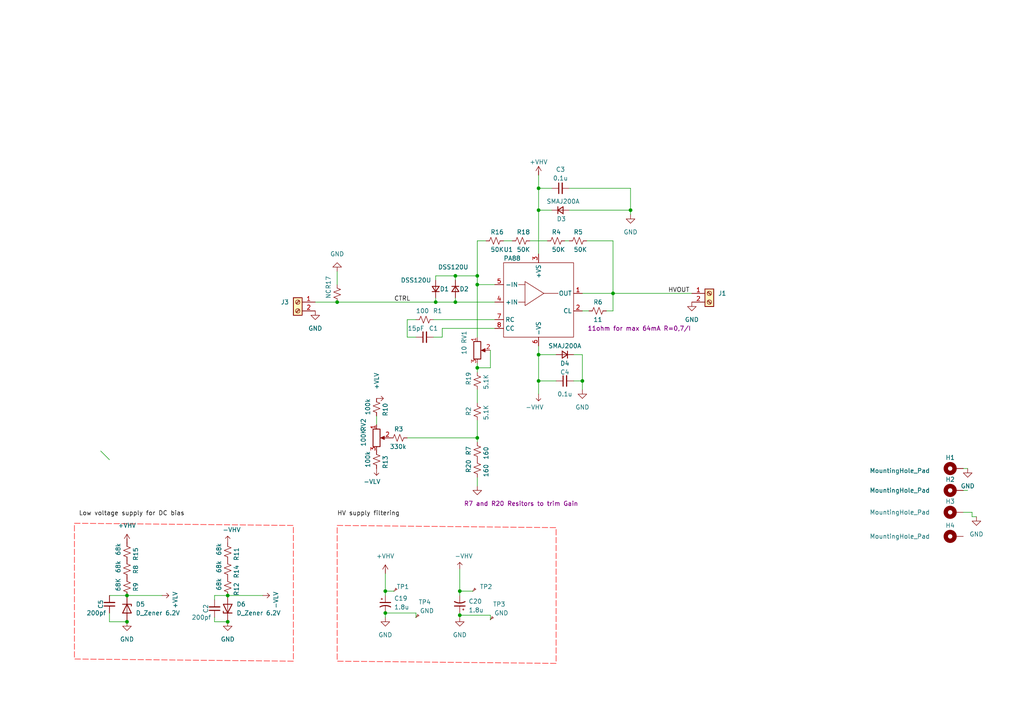
<source format=kicad_sch>
(kicad_sch (version 20250114) (generator "eeschema") (generator_version "9.0")
  (paper "A4")
  (title_block (title "High Voltage Amplifier") (date "2022-05-06") (rev "2"))
  (lib_symbols
    (symbol "+VHV_2" (power) (pin_names (offset 0))
      (property "Value" "+VHV_2" (at 0 5.08 0))
      (symbol "+VHV_2_0_1"
        (polyline (pts (xy -0.762 1.27) (xy 0 2.54)))
        (polyline (pts (xy 0 2.54) (xy 0.762 1.27)))
        (polyline (pts (xy 0 0) (xy 0 2.54)))
        (polyline (pts (xy 0 0) (xy 0 1.27)))
      )
      (symbol "+VHV_2_1_1"
        (pin power_in line (at 0 0 90) (length 0) (hide yes) (name "+VHV") (number "1"))
      )
    )
    (symbol "Connector:Screw_Terminal_01x02" (pin_names (offset 1.016) (hide yes))
      (property "Reference" "J" (at 0 2.54 0))
      (property "Value" "Screw_Terminal_01x02" (at 0 -5.08 0))
      (symbol "Screw_Terminal_01x02_1_1"
        (rectangle (start -1.27 1.27) (end 1.27 -3.81) (stroke (width 0.254)) (fill (type background)))
        (polyline (pts (xy -0.5334 0.3302) (xy 0.3302 -0.508)) (stroke (width 0.1524)))
        (polyline (pts (xy -0.5334 -2.2098) (xy 0.3302 -3.048)) (stroke (width 0.1524)))
        (polyline (pts (xy -0.3556 0.508) (xy 0.508 -0.3302)) (stroke (width 0.1524)))
        (polyline (pts (xy -0.3556 -2.032) (xy 0.508 -2.8702)) (stroke (width 0.1524)))
        (circle (center 0 0) (radius 0.635) (stroke (width 0.1524)))
        (circle (center 0 -2.54) (radius 0.635) (stroke (width 0.1524)))
        (pin passive line (at -5.08 0 0) (length 3.81) (name "Pin_1") (number "1"))
        (pin passive line (at -5.08 -2.54 0) (length 3.81) (name "Pin_2") (number "2"))
      )
    )
    (symbol "Device:C_Polarized_Small_US" (pin_numbers (hide yes)) (pin_names (offset 0.254) (hide yes))
      (property "Reference" "C" (at 0.254 1.778 0))
      (property "Value" "C_Polarized_Small_US" (at 0.254 -2.032 0))
      (symbol "C_Polarized_Small_US_0_1"
        (polyline (pts (xy -1.524 0.508) (xy 1.524 0.508)) (stroke (width 0.3048)))
        (polyline (pts (xy -1.27 1.524) (xy -0.762 1.524)))
        (polyline (pts (xy -1.016 1.27) (xy -1.016 1.778)))
        (arc (start -1.524 -0.762) (mid 0 -0.3734) (end 1.524 -0.762) (stroke (width 0.3048)))
      )
      (symbol "C_Polarized_Small_US_1_1"
        (pin passive line (at 0 2.54 270) (length 2.032) (name "~") (number "1"))
        (pin passive line (at 0 -2.54 90) (length 2.032) (name "~") (number "2"))
      )
    )
    (symbol "Device:C_Small" (pin_numbers (hide yes)) (pin_names (offset 0.254) (hide yes))
      (property "Reference" "C" (at 0.254 1.778 0))
      (property "Value" "C_Small" (at 0.254 -2.032 0))
      (symbol "C_Small_0_1"
        (polyline (pts (xy -1.524 0.508) (xy 1.524 0.508)) (stroke (width 0.3048)))
        (polyline (pts (xy -1.524 -0.508) (xy 1.524 -0.508)) (stroke (width 0.3302)))
      )
      (symbol "C_Small_1_1"
        (pin passive line (at 0 2.54 270) (length 2.032) (name "~") (number "1"))
        (pin passive line (at 0 -2.54 90) (length 2.032) (name "~") (number "2"))
      )
    )
    (symbol "Device:D_Small" (pin_numbers (hide yes)) (pin_names (offset 0.254) (hide yes))
      (property "Reference" "D" (at -1.27 2.032 0))
      (property "Value" "D_Small" (at -3.81 -2.032 0))
      (symbol "D_Small_0_1"
        (polyline (pts (xy -0.762 0) (xy 0.762 0)))
        (polyline (pts (xy -0.762 -1.016) (xy -0.762 1.016)) (stroke (width 0.254)))
        (polyline (pts (xy 0.762 -1.016) (xy -0.762 0) (xy 0.762 1.016) (xy 0.762 -1.016)) (stroke (width 0.254)))
      )
      (symbol "D_Small_1_1"
        (pin passive line (at -2.54 0 0) (length 1.778) (name "K") (number "1"))
        (pin passive line (at 2.54 0 180) (length 1.778) (name "A") (number "2"))
      )
    )
    (symbol "Device:D_Zener" (pin_numbers (hide yes)) (pin_names (offset 1.016) (hide yes))
      (property "Reference" "D" (at 0 2.54 0))
      (property "Value" "D_Zener" (at 0 -2.54 0))
      (symbol "D_Zener_0_1"
        (polyline (pts (xy -1.27 -1.27) (xy -1.27 1.27) (xy -0.762 1.27)) (stroke (width 0.254)))
        (polyline (pts (xy 1.27 0) (xy -1.27 0)))
        (polyline (pts (xy 1.27 -1.27) (xy 1.27 1.27) (xy -1.27 0) (xy 1.27 -1.27)) (stroke (width 0.254)))
      )
      (symbol "D_Zener_1_1"
        (pin passive line (at -3.81 0 0) (length 2.54) (name "K") (number "1"))
        (pin passive line (at 3.81 0 180) (length 2.54) (name "A") (number "2"))
      )
    )
    (symbol "Device:R_Potentiometer" (pin_names (offset 1.016) (hide yes))
      (property "Reference" "RV" (at -4.445 0 90))
      (property "Value" "R_Potentiometer" (at -2.54 0 90))
      (symbol "R_Potentiometer_0_1"
        (rectangle (start 1.016 2.54) (end -1.016 -2.54) (stroke (width 0.254)))
        (polyline (pts (xy 1.143 0) (xy 2.286 0.508) (xy 2.286 -0.508) (xy 1.143 0)) (fill (type outline)))
        (polyline (pts (xy 2.54 0) (xy 1.524 0)))
      )
      (symbol "R_Potentiometer_1_1"
        (pin passive line (at 0 3.81 270) (length 1.27) (name "1") (number "1"))
        (pin passive line (at 0 -3.81 90) (length 1.27) (name "3") (number "3"))
        (pin passive line (at 3.81 0 180) (length 1.27) (name "2") (number "2"))
      )
    )
    (symbol "Device:R_Small_US" (pin_numbers (hide yes)) (pin_names (offset 0.254) (hide yes))
      (property "Reference" "R" (at 0.762 0.508 0))
      (property "Value" "R_Small_US" (at 0.762 -1.016 0))
      (symbol "R_Small_US_1_1"
        (polyline (pts (xy 0 1.524) (xy 1.016 1.143) (xy 0 0.762) (xy -1.016 0.381) (xy 0 0)))
        (polyline (pts (xy 0 0) (xy 1.016 -0.381) (xy 0 -0.762) (xy -1.016 -1.143) (xy 0 -1.524)))
        (pin passive line (at 0 2.54 270) (length 1.016) (name "~") (number "1"))
        (pin passive line (at 0 -2.54 90) (length 1.016) (name "~") (number "2"))
      )
    )
    (symbol "Mechanical:MountingHole_Pad" (pin_numbers (hide yes)) (pin_names (offset 1.016) (hide yes))
      (property "Reference" "H" (at 0 6.35 0))
      (property "Value" "MountingHole_Pad" (at 0 4.445 0))
      (symbol "MountingHole_Pad_0_1"
        (circle (center 0 1.27) (radius 1.27) (stroke (width 1.27)))
      )
      (symbol "MountingHole_Pad_1_1"
        (pin input line (at 0 -2.54 90) (length 2.54) (name "1") (number "1"))
      )
    )
    (symbol "jmlib:+VHV" (power) (pin_names (offset 0))
      (property "Value" "+VHV" (at 0 5.08 0))
      (symbol "+VHV_0_1"
        (polyline (pts (xy -0.762 1.27) (xy 0 2.54)))
        (polyline (pts (xy 0 2.54) (xy 0.762 1.27)))
        (polyline (pts (xy 0 0) (xy 0 2.54)))
        (polyline (pts (xy 0 0) (xy 0 1.27)))
      )
      (symbol "+VHV_1_1"
        (pin power_in line (at 0 0 90) (length 0) (hide yes) (name "+VHV") (number "1"))
      )
    )
    (symbol "jmlib:-VHV" (power) (pin_names (offset 0))
      (property "Value" "-VHV" (at 0 3.81 0))
      (symbol "-VHV_0_1"
        (polyline (pts (xy 0 1.9812) (xy -0.6604 1.3208)))
        (polyline (pts (xy 0 1.3208) (xy 0 1.9812) (xy 0.7112 1.27)))
        (polyline (pts (xy 0 0) (xy 0 1.27)))
      )
      (symbol "-VHV_1_1"
        (pin power_in line (at 0 0 90) (length 0) (hide yes) (name "-VHV") (number "1"))
      )
    )
    (symbol "jmlib:PA88"
      (property "Reference" "U" (at 5.207 13.208 0))
      (property "Value" "PA88" (at 5.207 13.208 0))
      (symbol "PA88_0_1"
        (rectangle (start -10.16 11.43) (end 10.16 -10.16))
        (polyline (pts (xy -5.842 5.08) (xy -3.937 5.08)))
        (polyline (pts (xy -5.842 0) (xy -3.937 0)))
        (polyline (pts (xy -3.937 5.969) (xy -3.937 -1.016) (xy 1.524 2.54) (xy -3.937 5.969)))
        (polyline (pts (xy 1.524 2.54) (xy 5.715 2.54)))
      )
      (symbol "PA88_1_1"
        (pin input line (at -12.7 5.08 0) (length 2.54) (name "-IN") (number "5"))
        (pin input line (at -12.7 0 0) (length 2.54) (name "+IN") (number "4"))
        (pin input line (at -12.7 -5.08 0) (length 2.54) (name "RC") (number "7"))
        (pin input line (at -12.7 -7.62 0) (length 2.54) (name "CC") (number "8"))
        (pin input line (at 0 13.97 270) (length 2.54) (name "+VS") (number "3"))
        (pin input line (at 0 -12.7 90) (length 2.54) (name "-VS") (number "6"))
        (pin input line (at 12.7 2.54 180) (length 2.54) (name "OUT") (number "1"))
        (pin input line (at 12.7 -2.54 180) (length 2.54) (name "CL") (number "2"))
      )
    )
    (symbol "jmlib:tp_small" (pin_numbers (hide yes)) (pin_names (hide yes))
      (property "Reference" "TP" (at 2.1336 2.8956 0))
      (property "Value" "tp_small" (at 5.1816 1.2192 0))
      (symbol "tp_small_0_1"
        (circle (center 0 0) (radius 0.0001))
        (polyline (pts (xy 0.2032 0.2032) (xy 0.4572 0.8636) (xy 0.8636 0.508) (xy 0.2032 0.2032)))
      )
      (symbol "tp_small_1_1"
        (pin passive line (at 0 0 180) (length 0) (name "") (number "1"))
      )
    )
    (symbol "power:GND" (power) (pin_names (offset 0))
      (property "Value" "GND" (at 0 -3.81 0))
      (symbol "GND_0_1"
        (polyline (pts (xy 0 0) (xy 0 -1.27) (xy 1.27 -1.27) (xy 0 -2.54) (xy -1.27 -1.27) (xy 0 -1.27)))
      )
      (symbol "GND_1_1"
        (pin power_in line (at 0 0 270) (length 0) (hide yes) (name "GND") (number "1"))
      )
    )
  )
  (junction (at 138.43 127))
  (junction (at 156.21 54.61))
  (junction (at 132.08 80.01))
  (junction (at 97.79 87.63))
  (junction (at 182.88 60.96))
  (junction (at 126.365 87.63))
  (junction (at 36.83 172.72))
  (junction (at 138.43 80.01))
  (junction (at 133.35 171.45))
  (junction (at 156.21 110.49))
  (junction (at 133.35 178.435))
  (junction (at 138.43 82.55))
  (junction (at 111.76 177.8))
  (junction (at 156.21 60.96))
  (junction (at 36.83 180.34))
  (junction (at 111.76 171.45))
  (junction (at 66.04 172.72))
  (junction (at 168.91 110.49))
  (junction (at 156.21 102.87))
  (junction (at 177.8 85.09))
  (junction (at 132.08 87.63))
  (junction (at 138.43 106.68))
  (junction (at 66.04 180.34))
  (bus_entry (at 29.21 130.81) (size 2.54 2.54))
  (wire (pts (xy 133.35 165.1) (xy 133.35 171.45)))
  (wire (pts (xy 133.35 178.435) (xy 142.24 178.435)))
  (wire (pts (xy 168.91 85.09) (xy 177.8 85.09)))
  (wire (pts (xy 91.44 87.63) (xy 97.79 87.63)))
  (wire (pts (xy 156.21 54.61) (xy 160.02 54.61)))
  (wire (pts (xy 125.73 92.71) (xy 143.51 92.71)))
  (wire (pts (xy 138.43 69.85) (xy 140.97 69.85)))
  (wire (pts (xy 279.4 142.24) (xy 280.67 142.24)))
  (wire (pts (xy 31.75 180.34) (xy 36.83 180.34)))
  (wire (pts (xy 125.73 97.79) (xy 128.27 97.79)))
  (wire (pts (xy 142.24 106.68) (xy 138.43 106.68)))
  (wire (pts (xy 109.22 120.65) (xy 109.22 123.19)))
  (wire (pts (xy 156.21 102.87) (xy 156.21 110.49)))
  (wire (pts (xy 132.08 80.01) (xy 132.08 81.28)))
  (wire (pts (xy 168.91 90.17) (xy 170.815 90.17)))
  (wire (pts (xy 118.11 127) (xy 138.43 127)))
  (wire (pts (xy 168.91 113.03) (xy 168.91 110.49)))
  (wire (pts (xy 281.94 148.59) (xy 279.4 148.59)))
  (wire (pts (xy 281.94 149.86) (xy 281.94 148.59)))
  (wire (pts (xy 120.65 177.8) (xy 120.65 179.07)))
  (wire (pts (xy 166.37 110.49) (xy 168.91 110.49)))
  (wire (pts (xy 156.21 102.87) (xy 161.29 102.87)))
  (wire (pts (xy 177.8 90.17) (xy 175.895 90.17)))
  (wire (pts (xy 111.76 177.8) (xy 120.65 177.8)))
  (wire (pts (xy 165.1 54.61) (xy 182.88 54.61)))
  (wire (pts (xy 138.43 127) (xy 138.43 128.27)))
  (wire (pts (xy 66.04 172.72) (xy 76.2 172.72)))
  (wire (pts (xy 142.24 101.6) (xy 142.24 106.68)))
  (wire (pts (xy 156.21 110.49) (xy 156.21 114.3)))
  (wire (pts (xy 138.43 82.55) (xy 143.51 82.55)))
  (wire (pts (xy 177.8 85.09) (xy 177.8 90.17)))
  (wire (pts (xy 132.08 87.63) (xy 143.51 87.63)))
  (wire (pts (xy 97.79 87.63) (xy 126.365 87.63)))
  (wire (pts (xy 177.8 85.09) (xy 200.66 85.09)))
  (wire (pts (xy 165.1 60.96) (xy 182.88 60.96)))
  (wire (pts (xy 111.76 177.8) (xy 111.76 179.07)))
  (wire (pts (xy 31.75 177.8) (xy 31.75 180.34)))
  (wire (pts (xy 138.43 121.92) (xy 138.43 127)))
  (wire (pts (xy 170.18 69.85) (xy 177.8 69.85)))
  (wire (pts (xy 133.35 172.72) (xy 133.35 171.45)))
  (wire (pts (xy 156.21 110.49) (xy 161.29 110.49)))
  (wire (pts (xy 156.21 60.96) (xy 156.21 73.66)))
  (wire (pts (xy 62.23 172.72) (xy 66.04 172.72)))
  (wire (pts (xy 138.43 107.95) (xy 138.43 106.68)))
  (wire (pts (xy 138.43 113.03) (xy 138.43 116.84)))
  (wire (pts (xy 281.94 149.86) (xy 283.21 149.86)))
  (wire (pts (xy 31.75 172.72) (xy 36.83 172.72)))
  (wire (pts (xy 142.24 178.435) (xy 142.24 179.705)))
  (wire (pts (xy 133.35 171.45) (xy 137.16 171.45)))
  (wire (pts (xy 120.65 92.71) (xy 118.11 92.71)))
  (wire (pts (xy 111.76 171.45) (xy 111.76 172.72)))
  (wire (pts (xy 138.43 138.43) (xy 138.43 140.97)))
  (wire (pts (xy 168.91 110.49) (xy 168.91 102.87)))
  (wire (pts (xy 138.43 80.01) (xy 138.43 82.55)))
  (wire (pts (xy 97.79 82.55) (xy 97.79 78.74)))
  (wire (pts (xy 128.27 95.25) (xy 143.51 95.25)))
  (wire (pts (xy 126.365 86.36) (xy 126.365 87.63)))
  (wire (pts (xy 138.43 80.01) (xy 132.08 80.01)))
  (wire (pts (xy 62.23 180.34) (xy 66.04 180.34)))
  (wire (pts (xy 177.8 69.85) (xy 177.8 85.09)))
  (wire (pts (xy 111.76 171.45) (xy 114.3 171.45)))
  (wire (pts (xy 182.88 60.96) (xy 182.88 62.23)))
  (wire (pts (xy 133.35 177.8) (xy 133.35 178.435)))
  (wire (pts (xy 126.365 80.01) (xy 132.08 80.01)))
  (wire (pts (xy 156.21 100.33) (xy 156.21 102.87)))
  (wire (pts (xy 153.67 69.85) (xy 158.75 69.85)))
  (wire (pts (xy 280.67 135.89) (xy 279.4 135.89)))
  (wire (pts (xy 156.21 50.8) (xy 156.21 54.61)))
  (wire (pts (xy 182.88 54.61) (xy 182.88 60.96)))
  (wire (pts (xy 146.05 69.85) (xy 148.59 69.85)))
  (wire (pts (xy 138.43 105.41) (xy 138.43 106.68)))
  (wire (pts (xy 118.11 92.71) (xy 118.11 97.79)))
  (wire (pts (xy 156.21 60.96) (xy 160.02 60.96)))
  (wire (pts (xy 118.11 97.79) (xy 120.65 97.79)))
  (wire (pts (xy 133.35 178.435) (xy 133.35 179.07)))
  (wire (pts (xy 36.83 172.72) (xy 46.99 172.72)))
  (wire (pts (xy 111.76 166.37) (xy 111.76 171.45)))
  (wire (pts (xy 132.08 86.36) (xy 132.08 87.63)))
  (wire (pts (xy 138.43 69.85) (xy 138.43 80.01)))
  (wire (pts (xy 138.43 82.55) (xy 138.43 97.79)))
  (wire (pts (xy 165.1 69.85) (xy 163.83 69.85)))
  (wire (pts (xy 126.365 81.28) (xy 126.365 80.01)))
  (wire (pts (xy 128.27 97.79) (xy 128.27 95.25)))
  (wire (pts (xy 126.365 87.63) (xy 132.08 87.63)))
  (wire (pts (xy 62.23 173.99) (xy 62.23 172.72)))
  (wire (pts (xy 62.23 179.07) (xy 62.23 180.34)))
  (wire (pts (xy 156.21 54.61) (xy 156.21 60.96)))
  (wire (pts (xy 166.37 102.87) (xy 168.91 102.87)))
  (label "CTRL" (at 114.3 87.63 0))
  (label "HVOUT" (at 200.025 85.09 180))
  (label "Low voltage supply for DC bias" (at 22.86 149.86 0))
  (label "HV supply filtering" (at 97.79 149.86 0))
  (rule_area (polyline (pts (xy 21.59 151.765) (xy 85.09 152.4) (xy 85.09 191.77) (xy 21.59 191.135)) (stroke (width 0) (type dash))))
  (rule_area (polyline (pts (xy 97.79 152.4) (xy 161.29 153.035) (xy 161.29 192.405) (xy 97.79 191.77)) (stroke (width 0) (type dash))))
  (symbol (lib_id "Device:D_Small") (at 126.365 83.82 90) (unit 1)
    (property "Reference" "D1" (at 128.905 83.82 90))
    (property "Value" "DSS120U" (at 120.65 81.28 90))
    (property "Footprint" "Diode_SMD:D_SOD-123F" (effects (hide yes)))
    (property "Mfg Part Number" "DSS120U" (effects (hide yes)))
    (property "Package" "SOD-123F" (effects (hide yes)))
    (property "Part Description" "SCHOTTKY 200V SOD-123FL" (effects (hide yes)))
  )
  (symbol (lib_id "jmlib:-VHV") (at 46.99 172.72 270) (unit 1)
    (property "Reference" "#PWR012" (effects (hide yes)))
    (property "Value" "+VLV" (at 50.8 176.53 0) (effects (justify right)))
  )
  (symbol (lib_id "jmlib:+VHV") (at 36.83 157.48 0) (unit 1)
    (property "Reference" "#PWR01" (effects (hide yes)))
    (property "Value" "+VHV" (at 36.83 152.4 0))
  )
  (symbol (lib_id "Mechanical:MountingHole_Pad") (at 276.86 148.59 90) (unit 1)
    (property "Reference" "H3" (at 275.59 145.415 90))
    (property "Value" "MountingHole_Pad" (at 260.985 148.59 90))
    (property "Footprint" "MountingHole:MountingHole_3.2mm_M3_DIN965_Pad" (effects (hide yes)))
  )
  (symbol (lib_id "Device:R_Small_US") (at 36.83 160.02 180) (unit 1)
    (property "Reference" "R15" (at 39.37 158.75 90) (effects (justify left)))
    (property "Value" "68k" (at 34.29 157.48 90) (effects (justify left)))
    (property "Footprint" "Resistor_SMD:R_1206_3216Metric_Pad1.30x1.75mm_HandSolder" (effects (hide yes)))
    (property "Package" "1206" (effects (hide yes)))
    (property "Part Description" "RES SMD 16.9K OHM 1% 1/4W 1206" (effects (hide yes)))
  )
  (symbol (lib_id "power:GND") (at 283.21 149.86 0) (unit 1)
    (property "Reference" "#PWR03" (effects (hide yes)))
    (property "Value" "GND" (at 283.21 154.94 0))
  )
  (symbol (lib_id "Device:R_Small_US") (at 161.29 69.85 270) (unit 1)
    (property "Reference" "R4" (at 160.02 67.31 90) (effects (justify left)))
    (property "Value" "50K" (at 160.02 72.39 90) (effects (justify left)))
    (property "Footprint" "Resistor_SMD:R_1206_3216Metric_Pad1.30x1.75mm_HandSolder" (effects (hide yes)))
    (property "Package" "1206" (effects (hide yes)))
  )
  (symbol (lib_id "jmlib:-VHV") (at 133.35 165.1 0) (unit 1)
    (property "Reference" "#PWR014" (effects (hide yes)))
    (property "Value" "-VHV" (at 137.16 161.29 0) (effects (justify right)))
  )
  (symbol (lib_id "Device:R_Small_US") (at 66.04 160.02 180) (unit 1)
    (property "Reference" "R11" (at 68.58 158.75 90) (effects (justify left)))
    (property "Value" "68k" (at 63.5 157.48 90) (effects (justify left)))
    (property "Footprint" "Resistor_SMD:R_1206_3216Metric_Pad1.30x1.75mm_HandSolder" (effects (hide yes)))
    (property "Package" "1206" (effects (hide yes)))
    (property "Part Description" "RES SMD 16.9K OHM 1% 1/4W 1206" (effects (hide yes)))
  )
  (symbol (lib_id "jmlib:tp_small") (at 114.3 171.45 0) (unit 1)
    (property "Reference" "TP1" (at 116.84 170.18 0))
    (property "Value" "+VHV" (effects (hide yes)))
    (property "Footprint" "TestPoint:TestPoint_THTPad_2.5x2.5mm_Drill1.2mm" (effects (hide yes)))
  )
  (symbol (lib_id "power:GND") (at 66.04 180.34 0) (unit 1)
    (property "Reference" "#PWR010" (effects (hide yes)))
    (property "Value" "GND" (at 66.04 185.42 0))
  )
  (symbol (lib_id "power:GND") (at 182.88 62.23 0) (unit 1)
    (property "Reference" "#PWR0105" (effects (hide yes)))
    (property "Value" "GND" (at 182.88 67.31 0))
  )
  (symbol (lib_id "jmlib:tp_small") (at 142.24 179.705 0) (unit 1)
    (property "Reference" "TP3" (at 144.78 175.26 0))
    (property "Value" "GND" (at 145.415 177.8 0))
    (property "Footprint" "TestPoint:TestPoint_THTPad_2.5x2.5mm_Drill1.2mm" (effects (hide yes)))
  )
  (symbol (lib_id "Device:R_Small_US") (at 109.22 118.11 180) (unit 1)
    (property "Reference" "R10" (at 111.76 116.84 90) (effects (justify left)))
    (property "Value" "100k" (at 106.68 115.57 90) (effects (justify left)))
    (property "Footprint" "Resistor_SMD:R_1206_3216Metric_Pad1.30x1.75mm_HandSolder" (effects (hide yes)))
    (property "Package" "1206" (effects (hide yes)))
    (property "Part Description" "RES SMD 16.9K OHM 1% 1/4W 1206" (effects (hide yes)))
  )
  (symbol (lib_id "jmlib:-VHV") (at 66.04 157.48 0) (unit 1)
    (property "Reference" "#PWR09" (effects (hide yes)))
    (property "Value" "-VHV" (at 69.85 153.67 0) (effects (justify right)))
  )
  (symbol (lib_id "Device:R_Small_US") (at 138.43 130.81 0) (unit 1)
    (property "Reference" "R7" (at 135.89 132.08 90) (effects (justify left)))
    (property "Value" "160" (at 140.97 133.35 90) (effects (justify left)))
    (property "Footprint" "Resistor_SMD:R_1206_3216Metric_Pad1.30x1.75mm_HandSolder" (effects (hide yes)))
    (property "Description" "R7 and R20 Resitors to trim Gain" (at 151.13 146.05 0))
    (property "Package" "1206" (effects (hide yes)))
    (property "Part Description" "RES SMD 16.9K OHM 1% 1/4W 1206" (effects (hide yes)))
  )
  (symbol (lib_id "jmlib:+VHV") (at 111.76 166.37 0) (unit 1)
    (property "Reference" "#PWR0115" (effects (hide yes)))
    (property "Value" "+VHV" (at 111.76 161.29 0))
  )
  (symbol (lib_id "power:GND") (at 91.44 90.17 0) (mirror y) (unit 1)
    (property "Reference" "#PWR07" (effects (hide yes)))
    (property "Value" "GND" (at 91.44 95.25 0))
  )
  (symbol (lib_id "Device:R_Small_US") (at 143.51 69.85 270) (unit 1)
    (property "Reference" "R16" (at 142.24 67.31 90) (effects (justify left)))
    (property "Value" "50K" (at 142.24 72.39 90) (effects (justify left)))
    (property "Footprint" "Resistor_SMD:R_1206_3216Metric_Pad1.30x1.75mm_HandSolder" (effects (hide yes)))
    (property "Package" "1206" (effects (hide yes)))
  )
  (symbol (lib_id "power:GND") (at 97.79 78.74 0) (mirror x) (unit 1)
    (property "Reference" "#PWR08" (effects (hide yes)))
    (property "Value" "GND" (at 97.79 73.66 0))
  )
  (symbol (lib_id "Device:C_Small") (at 162.56 54.61 90) (unit 1)
    (property "Reference" "C3" (at 162.56 49.149 90))
    (property "Value" "0.1u" (at 162.56 51.689 90))
    (property "Footprint" "Capacitor_SMD:C_1206_3216Metric_Pad1.33x1.80mm_HandSolder" (effects (hide yes)))
    (property "Voltage" "450V" (effects (hide yes)))
    (property "Package" "1206" (effects (hide yes)))
    (property "Part Description" "CAP CER 0.1UF 450V X7T 1206" (effects (hide yes)))
  )
  (symbol (lib_id "Device:D_Small") (at 132.08 83.82 270) (unit 1)
    (property "Reference" "D2" (at 134.62 83.82 90))
    (property "Value" "DSS120U" (at 131.445 77.47 90))
    (property "Footprint" "Diode_SMD:D_SOD-123F" (effects (hide yes)))
    (property "Mfg Part Number" "DSS120U" (effects (hide yes)))
    (property "Package" "SOD-123F" (effects (hide yes)))
    (property "Part Description" "SCHOTTKY 200V SOD-123FL" (effects (hide yes)))
  )
  (symbol (lib_id "Device:R_Small_US") (at 66.04 165.1 180) (unit 1)
    (property "Reference" "R14" (at 68.58 163.83 90) (effects (justify left)))
    (property "Value" "68k" (at 63.5 162.56 90) (effects (justify left)))
    (property "Footprint" "Resistor_SMD:R_1206_3216Metric_Pad1.30x1.75mm_HandSolder" (effects (hide yes)))
    (property "Package" "1206" (effects (hide yes)))
    (property "Part Description" "RES SMD 16.9K OHM 1% 1/4W 1206" (effects (hide yes)))
  )
  (symbol (lib_id "Device:R_Small_US") (at 36.83 165.1 180) (unit 1)
    (property "Reference" "R8" (at 39.37 163.83 90) (effects (justify left)))
    (property "Value" "68k" (at 34.29 162.56 90) (effects (justify left)))
    (property "Footprint" "Resistor_SMD:R_1206_3216Metric_Pad1.30x1.75mm_HandSolder" (effects (hide yes)))
    (property "Package" "1206" (effects (hide yes)))
    (property "Part Description" "RES SMD 16.9K OHM 1% 1/4W 1206" (effects (hide yes)))
  )
  (symbol (lib_name "+VHV_2") (lib_id "jmlib:+VHV") (at 156.21 50.8 0) (unit 1)
    (property "Reference" "#PWR0104" (effects (hide yes)))
    (property "Value" "+VHV" (at 156.21 46.99 0))
  )
  (symbol (lib_id "Device:R_Small_US") (at 109.22 133.35 180) (unit 1)
    (property "Reference" "R13" (at 111.76 132.08 90) (effects (justify left)))
    (property "Value" "100k" (at 106.68 130.81 90) (effects (justify left)))
    (property "Footprint" "Resistor_SMD:R_1206_3216Metric_Pad1.30x1.75mm_HandSolder" (effects (hide yes)))
    (property "Package" "1206" (effects (hide yes)))
    (property "Part Description" "RES SMD 16.9K OHM 1% 1/4W 1206" (effects (hide yes)))
  )
  (symbol (lib_id "Device:R_Small_US") (at 167.64 69.85 270) (unit 1)
    (property "Reference" "R5" (at 166.37 67.31 90) (effects (justify left)))
    (property "Value" "50K" (at 166.37 72.39 90) (effects (justify left)))
    (property "Footprint" "Resistor_SMD:R_1206_3216Metric_Pad1.30x1.75mm_HandSolder" (effects (hide yes)))
    (property "Package" "1206" (effects (hide yes)))
  )
  (symbol (lib_id "Device:R_Small_US") (at 138.43 135.89 0) (unit 1)
    (property "Reference" "R20" (at 135.89 137.16 90) (effects (justify left)))
    (property "Value" "160" (at 140.97 138.43 90) (effects (justify left)))
    (property "Footprint" "Resistor_SMD:R_1206_3216Metric_Pad1.30x1.75mm_HandSolder" (effects (hide yes)))
    (property "Description" "R7 Resitors to trim Gain" (effects (hide yes)))
    (property "Package" "1206" (effects (hide yes)))
    (property "Part Description" "RES SMD 16.9K OHM 1% 1/4W 1206" (effects (hide yes)))
  )
  (symbol (lib_id "Device:R_Small_US") (at 138.43 110.49 0) (unit 1)
    (property "Reference" "R19" (at 135.89 111.76 90) (effects (justify left)))
    (property "Value" "5.1K" (at 140.97 113.03 90) (effects (justify left)))
    (property "Footprint" "Resistor_SMD:R_1206_3216Metric_Pad1.30x1.75mm_HandSolder" (effects (hide yes)))
    (property "Package" "1206" (effects (hide yes)))
    (property "Part Description" "RES SMD 16.9K OHM 1% 1/4W 1206" (effects (hide yes)))
  )
  (symbol (lib_id "jmlib:-VHV") (at 109.22 115.57 270) (unit 1)
    (property "Reference" "#PWR013" (effects (hide yes)))
    (property "Value" "+VLV" (at 109.22 113.03 0) (effects (justify right)))
  )
  (symbol (lib_id "jmlib:tp_small") (at 137.16 171.45 0) (unit 1)
    (property "Reference" "TP2" (at 140.97 170.18 0))
    (property "Value" "-VHV" (effects (hide yes)))
    (property "Footprint" "TestPoint:TestPoint_THTPad_2.5x2.5mm_Drill1.2mm" (effects (hide yes)))
  )
  (symbol (lib_id "power:GND") (at 200.66 87.63 0) (unit 1)
    (property "Reference" "#PWR0106" (effects (hide yes)))
    (property "Value" "GND" (at 200.66 92.71 0))
  )
  (symbol (lib_id "Device:R_Small_US") (at 151.13 69.85 270) (unit 1)
    (property "Reference" "R18" (at 149.86 67.31 90) (effects (justify left)))
    (property "Value" "50K" (at 149.86 72.39 90) (effects (justify left)))
    (property "Footprint" "Resistor_SMD:R_1206_3216Metric_Pad1.30x1.75mm_HandSolder" (effects (hide yes)))
    (property "Package" "1206" (effects (hide yes)))
  )
  (symbol (lib_id "Device:R_Small_US") (at 115.57 127 270) (unit 1)
    (property "Reference" "R3" (at 114.3 124.46 90) (effects (justify left)))
    (property "Value" "330k" (at 113.03 129.54 90) (effects (justify left)))
    (property "Footprint" "Resistor_SMD:R_1206_3216Metric_Pad1.30x1.75mm_HandSolder" (effects (hide yes)))
    (property "Package" "1206" (effects (hide yes)))
    (property "Part Description" "RES SMD 16.9K OHM 1% 1/4W 1206" (effects (hide yes)))
  )
  (symbol (lib_id "Device:R_Small_US") (at 66.04 170.18 180) (unit 1)
    (property "Reference" "R12" (at 68.58 168.91 90) (effects (justify left)))
    (property "Value" "68k" (at 63.5 167.64 90) (effects (justify left)))
    (property "Footprint" "Resistor_SMD:R_1206_3216Metric_Pad1.30x1.75mm_HandSolder" (effects (hide yes)))
    (property "Package" "1206" (effects (hide yes)))
    (property "Part Description" "RES SMD 16.9K OHM 1% 1/4W 1206" (effects (hide yes)))
  )
  (symbol (lib_id "Mechanical:MountingHole_Pad") (at 276.86 135.89 90) (unit 1)
    (property "Reference" "H1" (at 275.59 132.715 90))
    (property "Value" "MountingHole_Pad" (at 260.985 136.525 90))
    (property "Footprint" "MountingHole:MountingHole_3.2mm_M3_DIN965_Pad" (effects (hide yes)))
  )
  (symbol (lib_id "Device:R_Small_US") (at 173.355 90.17 270) (unit 1)
    (property "Reference" "R6" (at 172.085 87.63 90) (effects (justify left)))
    (property "Value" "11" (at 172.085 92.71 90) (effects (justify left)))
    (property "Footprint" "Resistor_SMD:R_1206_3216Metric_Pad1.30x1.75mm_HandSolder" (effects (hide yes)))
    (property "Description" "11ohm for max 64mA R=0,7/I" (at 185.42 95.25 90))
    (property "Package" "1206" (effects (hide yes)))
    (property "Part Description" "RES 150 OHM 1% 1/2W 1206" (effects (hide yes)))
  )
  (symbol (lib_id "Device:R_Small_US") (at 123.19 92.71 90) (unit 1)
    (property "Reference" "R1" (at 128.27 90.17 90) (effects (justify left)))
    (property "Value" "100" (at 124.46 90.17 90) (effects (justify left)))
    (property "Footprint" "Resistor_SMD:R_1206_3216Metric_Pad1.30x1.75mm_HandSolder" (effects (hide yes)))
    (property "Package" "1206" (effects (hide yes)))
    (property "Part Description" "RES SMD 100 OHM 1% 1/4W 1206" (effects (hide yes)))
  )
  (symbol (lib_id "power:GND") (at 133.35 179.07 0) (unit 1)
    (property "Reference" "#PWR06" (effects (hide yes)))
    (property "Value" "GND" (at 133.35 184.15 0))
  )
  (symbol (lib_id "jmlib:-VHV") (at 109.22 135.89 180) (unit 1)
    (property "Reference" "#PWR02" (effects (hide yes)))
    (property "Value" "-VLV" (at 105.41 139.7 0) (effects (justify right)))
  )
  (symbol (lib_id "power:GND") (at 111.76 179.07 0) (unit 1)
    (property "Reference" "#PWR05" (effects (hide yes)))
    (property "Value" "GND" (at 111.76 184.15 0))
  )
  (symbol (lib_id "Device:R_Small_US") (at 138.43 119.38 0) (unit 1)
    (property "Reference" "R2" (at 135.89 120.65 90) (effects (justify left)))
    (property "Value" "5.1K" (at 140.97 121.92 90) (effects (justify left)))
    (property "Footprint" "Resistor_SMD:R_1206_3216Metric_Pad1.30x1.75mm_HandSolder" (effects (hide yes)))
    (property "Package" "1206" (effects (hide yes)))
    (property "Part Description" "RES SMD 16.9K OHM 1% 1/4W 1206" (effects (hide yes)))
  )
  (symbol (lib_id "Device:R_Small_US") (at 97.79 85.09 180) (unit 1)
    (property "Reference" "R17" (at 95.25 80.01 90) (effects (justify left)))
    (property "Value" "NC" (at 95.25 83.82 90) (effects (justify left)))
    (property "Footprint" "Resistor_SMD:R_1206_3216Metric_Pad1.30x1.75mm_HandSolder" (effects (hide yes)))
    (property "Package" "1206" (effects (hide yes)))
    (property "Part Description" "RES SMD 100 OHM 1% 1/4W 1206" (effects (hide yes)))
  )
  (symbol (lib_id "jmlib:PA88") (at 156.21 87.63 0) (unit 1)
    (property "Reference" "U1" (at 146.05 72.39 0) (effects (justify left)))
    (property "Value" "PA88" (at 146.05 74.93 0) (effects (justify left)))
    (property "Footprint" "jmlib:TO-3-8" (effects (hide yes)))
    (property "Package" "TO-3-8" (effects (hide yes)))
    (property "Mfg Part Number" "PA88" (effects (hide yes)))
  )
  (symbol (lib_id "jmlib:-VHV") (at 76.2 172.72 270) (unit 1)
    (property "Reference" "#PWR011" (effects (hide yes)))
    (property "Value" "-VLV" (at 80.01 176.53 0) (effects (justify right)))
  )
  (symbol (lib_id "Device:C_Polarized_Small_US") (at 133.35 175.26 180) (unit 1)
    (property "Reference" "C20" (at 135.89 174.4217 0) (effects (justify right)))
    (property "Value" "1.8u" (at 135.89 176.9617 0) (effects (justify right)))
    (property "Footprint" "Capacitor_SMD:C_Elec_8x10.2" (effects (hide yes)))
    (property "Voltage" "400V" (effects (hide yes)))
    (property "Mfg Part Number" "UUB2G1R8MNL1GS" (effects (hide yes)))
  )
  (symbol (lib_id "power:GND") (at 36.83 180.34 0) (unit 1)
    (property "Reference" "#PWR04" (effects (hide yes)))
    (property "Value" "GND" (at 36.83 185.42 0))
  )
  (symbol (lib_id "Mechanical:MountingHole_Pad") (at 276.86 155.575 90) (unit 1)
    (property "Reference" "H4" (at 275.59 152.4 90))
    (property "Value" "MountingHole_Pad" (at 260.985 155.575 90))
    (property "Footprint" "MountingHole:MountingHole_3.2mm_M3_DIN965_Pad" (effects (hide yes)))
  )
  (symbol (lib_id "Device:D_Zener") (at 66.04 176.53 90) (unit 1)
    (property "Reference" "D6" (at 68.58 175.2599 90) (effects (justify right)))
    (property "Value" "D_Zener 6.2V" (at 68.58 177.8 90) (effects (justify right)))
    (property "Footprint" "Diode_SMD:D_MiniMELF" (effects (hide yes)))
    (property "Description" "Zener diode BZT55C6V2" (effects (hide yes)))
  )
  (symbol (lib_id "Device:C_Small") (at 163.83 110.49 90) (unit 1)
    (property "Reference" "C4" (at 163.83 107.95 90))
    (property "Value" "0.1u" (at 163.83 114.3 90))
    (property "Footprint" "Capacitor_SMD:C_1206_3216Metric_Pad1.33x1.80mm_HandSolder" (effects (hide yes)))
    (property "Voltage" "450V" (effects (hide yes)))
    (property "Package" "1206" (effects (hide yes)))
    (property "Part Description" "CAP CER 0.1UF 450V X7T 1206" (effects (hide yes)))
  )
  (symbol (lib_id "Device:C_Small") (at 62.23 176.53 180) (unit 1)
    (property "Reference" "C2" (at 59.69 176.53 90))
    (property "Value" "200pf" (at 58.42 179.07 0))
    (property "Footprint" "Capacitor_SMD:C_1206_3216Metric_Pad1.33x1.80mm_HandSolder" (effects (hide yes)))
    (property "Voltage" "450V" (effects (hide yes)))
    (property "Package" "1206" (effects (hide yes)))
    (property "Part Description" "CAP CER 0.1UF 450V X7T 1206" (effects (hide yes)))
  )
  (symbol (lib_id "Connector:Screw_Terminal_01x02") (at 205.74 85.09 0) (unit 1)
    (property "Reference" "J1" (at 208.28 85.0899 0) (effects (justify left)))
    (property "Value" "Screw_Terminal_01x02" (effects (hide yes)))
    (property "Footprint" "Connector_Phoenix_MC:PhoenixContact_MCV_1,5_2-G-3.5_1x02_P3.50mm_Vertical" (effects (hide yes)))
    (property "Mfg Part Number" "31101102" (effects (hide yes)))
    (property "Part Description" "TERM BLK 2P SIDE ENT 5.08MM PCB" (effects (hide yes)))
  )
  (symbol (lib_id "power:GND") (at 280.67 135.89 0) (unit 1)
    (property "Reference" "#PWR015" (effects (hide yes)))
    (property "Value" "GND" (at 280.67 140.97 0))
  )
  (symbol (lib_id "power:GND") (at 138.43 140.97 0) (unit 1)
    (property "Reference" "#PWR0102" (effects (hide yes)))
    (property "Value" "GND" (effects (hide yes)))
  )
  (symbol (lib_id "Device:R_Potentiometer") (at 109.22 127 0) (unit 1)
    (property "Reference" "RV2" (at 105.41 123.19 90))
    (property "Value" "100K" (at 105.41 127 90))
    (property "Footprint" "Potentiometer_THT:Potentiometer_Bourns_3005_Horizontal" (effects (hide yes)))
    (property "Mfg Part Number" "CT20EP503" (effects (hide yes)))
    (property "Part Description" "TRIMMER 50K OHM 0.5W PC PIN SIDE" (effects (hide yes)))
  )
  (symbol (lib_id "Device:R_Potentiometer") (at 138.43 101.6 0) (unit 1)
    (property "Reference" "RV1" (at 134.62 97.79 90))
    (property "Value" "10" (at 134.62 101.6 90))
    (property "Footprint" "Potentiometer_THT:Potentiometer_Bourns_3005_Horizontal" (effects (hide yes)))
    (property "Mfg Part Number" "CT20EP503" (effects (hide yes)))
    (property "Part Description" "TRIMMER 50K OHM 0.5W PC PIN SIDE" (effects (hide yes)))
  )
  (symbol (lib_id "Device:D_Small") (at 162.56 60.96 0) (unit 1)
    (property "Reference" "D3" (at 162.814 63.5 0))
    (property "Value" "SMAJ200A" (at 163.322 58.42 0))
    (property "Footprint" "Diode_SMD:D_SMA_Handsoldering" (effects (hide yes)))
    (property "Mfg Part Number" "SMAJ200A-TP" (effects (hide yes)))
    (property "Package" "SMA" (effects (hide yes)))
    (property "Part Description" "TVS DIODE 200V 324V DO214AC" (effects (hide yes)))
  )
  (symbol (lib_id "Connector:Screw_Terminal_01x02") (at 86.36 87.63 0) (mirror y) (unit 1)
    (property "Reference" "J3" (at 83.82 87.6299 0) (effects (justify left)))
    (property "Value" "Screw_Terminal_01x02" (effects (hide yes)))
    (property "Footprint" "Connector_Phoenix_MC:PhoenixContact_MCV_1,5_2-G-3.5_1x02_P3.50mm_Vertical" (effects (hide yes)))
    (property "Mfg Part Number" "31101102" (effects (hide yes)))
    (property "Part Description" "TERM BLK 2P SIDE ENT 5.08MM PCB" (effects (hide yes)))
  )
  (symbol (lib_id "Mechanical:MountingHole_Pad") (at 276.86 142.24 90) (unit 1)
    (property "Reference" "H2" (at 275.59 139.065 90))
    (property "Value" "MountingHole_Pad" (at 260.985 142.24 90))
    (property "Footprint" "MountingHole:MountingHole_3.2mm_M3_DIN965_Pad" (effects (hide yes)))
  )
  (symbol (lib_id "jmlib:tp_small") (at 120.65 179.07 0) (unit 1)
    (property "Reference" "TP4" (at 123.19 174.625 0))
    (property "Value" "GND" (at 123.825 177.165 0))
    (property "Footprint" "TestPoint:TestPoint_THTPad_2.5x2.5mm_Drill1.2mm" (effects (hide yes)))
  )
  (symbol (lib_id "Device:R_Small_US") (at 36.83 170.18 180) (unit 1)
    (property "Reference" "R9" (at 39.37 168.91 90) (effects (justify left)))
    (property "Value" "68K" (at 34.29 167.64 90) (effects (justify left)))
    (property "Footprint" "Resistor_SMD:R_1206_3216Metric_Pad1.30x1.75mm_HandSolder" (effects (hide yes)))
    (property "Package" "1206" (effects (hide yes)))
    (property "Part Description" "RES SMD 16.9K OHM 1% 1/4W 1206" (effects (hide yes)))
  )
  (symbol (lib_id "Device:C_Small") (at 123.19 97.79 90) (unit 1)
    (property "Reference" "C1" (at 125.73 95.25 90))
    (property "Value" "15pF" (at 120.65 95.25 90))
    (property "Footprint" "Capacitor_SMD:C_1206_3216Metric_Pad1.33x1.80mm_HandSolder" (effects (hide yes)))
    (property "Package" "1206" (effects (hide yes)))
    (property "Voltage" "50V" (effects (hide yes)))
    (property "Part Description" "CAP CER 15PF 50V C0G/NP0 1206" (effects (hide yes)))
  )
  (symbol (lib_id "Device:D_Zener") (at 36.83 176.53 270) (unit 1)
    (property "Reference" "D5" (at 39.37 175.2599 90) (effects (justify left)))
    (property "Value" "D_Zener 6.2V" (at 39.37 177.7999 90) (effects (justify left)))
    (property "Footprint" "Diode_SMD:D_MiniMELF" (effects (hide yes)))
    (property "Description" "Description Zener diode BZT55C6V2" (effects (hide yes)))
  )
  (symbol (lib_id "power:GND") (at 168.91 113.03 0) (unit 1)
    (property "Reference" "#PWR0103" (effects (hide yes)))
    (property "Value" "GND" (at 168.91 118.11 0))
  )
  (symbol (lib_id "jmlib:-VHV") (at 156.21 114.3 180) (unit 1)
    (property "Reference" "#PWR0101" (effects (hide yes)))
    (property "Value" "-VHV" (at 152.4 118.11 0) (effects (justify right)))
  )
  (symbol (lib_id "Device:C_Polarized_Small_US") (at 111.76 175.26 0) (unit 1)
    (property "Reference" "C19" (at 114.3 173.5581 0) (effects (justify left)))
    (property "Value" "1.8u" (at 114.3 176.0981 0) (effects (justify left)))
    (property "Footprint" "Capacitor_SMD:C_Elec_8x10.2" (effects (hide yes)))
    (property "Voltage" "400V" (effects (hide yes)))
    (property "Mfg Part Number" "UUB2G1R8MNL1GS" (effects (hide yes)))
  )
  (symbol (lib_id "Device:D_Small") (at 163.83 102.87 180) (unit 1)
    (property "Reference" "D4" (at 163.83 105.41 0))
    (property "Value" "SMAJ200A" (at 163.83 100.33 0))
    (property "Footprint" "Diode_SMD:D_SMA_Handsoldering" (effects (hide yes)))
    (property "Mfg Part Number" "SMAJ200A-TP" (effects (hide yes)))
    (property "Package" "SMA" (effects (hide yes)))
    (property "Part Description" "TVS DIODE 200V 324V DO214AC" (effects (hide yes)))
  )
  (symbol (lib_id "Device:C_Small") (at 31.75 175.26 180) (unit 1)
    (property "Reference" "C5" (at 29.21 175.26 90))
    (property "Value" "200pf" (at 27.94 177.8 0))
    (property "Footprint" "Capacitor_SMD:C_1206_3216Metric_Pad1.33x1.80mm_HandSolder" (effects (hide yes)))
    (property "Voltage" "450V" (effects (hide yes)))
    (property "Package" "1206" (effects (hide yes)))
    (property "Part Description" "CAP CER 0.1UF 450V X7T 1206" (effects (hide yes)))
  )
)
</source>
